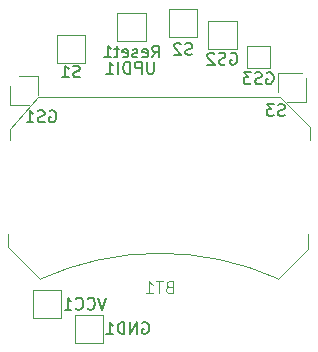
<source format=gbr>
%TF.GenerationSoftware,KiCad,Pcbnew,9.0.2*%
%TF.CreationDate,2025-05-30T03:52:38+02:00*%
%TF.ProjectId,Clock10,436c6f63-6b31-4302-9e6b-696361645f70,rev?*%
%TF.SameCoordinates,Original*%
%TF.FileFunction,Legend,Bot*%
%TF.FilePolarity,Positive*%
%FSLAX46Y46*%
G04 Gerber Fmt 4.6, Leading zero omitted, Abs format (unit mm)*
G04 Created by KiCad (PCBNEW 9.0.2) date 2025-05-30 03:52:38*
%MOMM*%
%LPD*%
G01*
G04 APERTURE LIST*
%ADD10C,0.150000*%
%ADD11C,0.100000*%
%ADD12C,0.120000*%
G04 APERTURE END LIST*
D10*
X99519999Y-89389819D02*
X99519999Y-90199342D01*
X99519999Y-90199342D02*
X99472380Y-90294580D01*
X99472380Y-90294580D02*
X99424761Y-90342200D01*
X99424761Y-90342200D02*
X99329523Y-90389819D01*
X99329523Y-90389819D02*
X99139047Y-90389819D01*
X99139047Y-90389819D02*
X99043809Y-90342200D01*
X99043809Y-90342200D02*
X98996190Y-90294580D01*
X98996190Y-90294580D02*
X98948571Y-90199342D01*
X98948571Y-90199342D02*
X98948571Y-89389819D01*
X98472380Y-90389819D02*
X98472380Y-89389819D01*
X98472380Y-89389819D02*
X98091428Y-89389819D01*
X98091428Y-89389819D02*
X97996190Y-89437438D01*
X97996190Y-89437438D02*
X97948571Y-89485057D01*
X97948571Y-89485057D02*
X97900952Y-89580295D01*
X97900952Y-89580295D02*
X97900952Y-89723152D01*
X97900952Y-89723152D02*
X97948571Y-89818390D01*
X97948571Y-89818390D02*
X97996190Y-89866009D01*
X97996190Y-89866009D02*
X98091428Y-89913628D01*
X98091428Y-89913628D02*
X98472380Y-89913628D01*
X97472380Y-90389819D02*
X97472380Y-89389819D01*
X97472380Y-89389819D02*
X97234285Y-89389819D01*
X97234285Y-89389819D02*
X97091428Y-89437438D01*
X97091428Y-89437438D02*
X96996190Y-89532676D01*
X96996190Y-89532676D02*
X96948571Y-89627914D01*
X96948571Y-89627914D02*
X96900952Y-89818390D01*
X96900952Y-89818390D02*
X96900952Y-89961247D01*
X96900952Y-89961247D02*
X96948571Y-90151723D01*
X96948571Y-90151723D02*
X96996190Y-90246961D01*
X96996190Y-90246961D02*
X97091428Y-90342200D01*
X97091428Y-90342200D02*
X97234285Y-90389819D01*
X97234285Y-90389819D02*
X97472380Y-90389819D01*
X96472380Y-90389819D02*
X96472380Y-89389819D01*
X95472381Y-90389819D02*
X96043809Y-90389819D01*
X95758095Y-90389819D02*
X95758095Y-89389819D01*
X95758095Y-89389819D02*
X95853333Y-89532676D01*
X95853333Y-89532676D02*
X95948571Y-89627914D01*
X95948571Y-89627914D02*
X96043809Y-89675533D01*
X110581904Y-93917200D02*
X110439047Y-93964819D01*
X110439047Y-93964819D02*
X110200952Y-93964819D01*
X110200952Y-93964819D02*
X110105714Y-93917200D01*
X110105714Y-93917200D02*
X110058095Y-93869580D01*
X110058095Y-93869580D02*
X110010476Y-93774342D01*
X110010476Y-93774342D02*
X110010476Y-93679104D01*
X110010476Y-93679104D02*
X110058095Y-93583866D01*
X110058095Y-93583866D02*
X110105714Y-93536247D01*
X110105714Y-93536247D02*
X110200952Y-93488628D01*
X110200952Y-93488628D02*
X110391428Y-93441009D01*
X110391428Y-93441009D02*
X110486666Y-93393390D01*
X110486666Y-93393390D02*
X110534285Y-93345771D01*
X110534285Y-93345771D02*
X110581904Y-93250533D01*
X110581904Y-93250533D02*
X110581904Y-93155295D01*
X110581904Y-93155295D02*
X110534285Y-93060057D01*
X110534285Y-93060057D02*
X110486666Y-93012438D01*
X110486666Y-93012438D02*
X110391428Y-92964819D01*
X110391428Y-92964819D02*
X110153333Y-92964819D01*
X110153333Y-92964819D02*
X110010476Y-93012438D01*
X109677142Y-92964819D02*
X109058095Y-92964819D01*
X109058095Y-92964819D02*
X109391428Y-93345771D01*
X109391428Y-93345771D02*
X109248571Y-93345771D01*
X109248571Y-93345771D02*
X109153333Y-93393390D01*
X109153333Y-93393390D02*
X109105714Y-93441009D01*
X109105714Y-93441009D02*
X109058095Y-93536247D01*
X109058095Y-93536247D02*
X109058095Y-93774342D01*
X109058095Y-93774342D02*
X109105714Y-93869580D01*
X109105714Y-93869580D02*
X109153333Y-93917200D01*
X109153333Y-93917200D02*
X109248571Y-93964819D01*
X109248571Y-93964819D02*
X109534285Y-93964819D01*
X109534285Y-93964819D02*
X109629523Y-93917200D01*
X109629523Y-93917200D02*
X109677142Y-93869580D01*
X90680476Y-93542438D02*
X90775714Y-93494819D01*
X90775714Y-93494819D02*
X90918571Y-93494819D01*
X90918571Y-93494819D02*
X91061428Y-93542438D01*
X91061428Y-93542438D02*
X91156666Y-93637676D01*
X91156666Y-93637676D02*
X91204285Y-93732914D01*
X91204285Y-93732914D02*
X91251904Y-93923390D01*
X91251904Y-93923390D02*
X91251904Y-94066247D01*
X91251904Y-94066247D02*
X91204285Y-94256723D01*
X91204285Y-94256723D02*
X91156666Y-94351961D01*
X91156666Y-94351961D02*
X91061428Y-94447200D01*
X91061428Y-94447200D02*
X90918571Y-94494819D01*
X90918571Y-94494819D02*
X90823333Y-94494819D01*
X90823333Y-94494819D02*
X90680476Y-94447200D01*
X90680476Y-94447200D02*
X90632857Y-94399580D01*
X90632857Y-94399580D02*
X90632857Y-94066247D01*
X90632857Y-94066247D02*
X90823333Y-94066247D01*
X90251904Y-94447200D02*
X90109047Y-94494819D01*
X90109047Y-94494819D02*
X89870952Y-94494819D01*
X89870952Y-94494819D02*
X89775714Y-94447200D01*
X89775714Y-94447200D02*
X89728095Y-94399580D01*
X89728095Y-94399580D02*
X89680476Y-94304342D01*
X89680476Y-94304342D02*
X89680476Y-94209104D01*
X89680476Y-94209104D02*
X89728095Y-94113866D01*
X89728095Y-94113866D02*
X89775714Y-94066247D01*
X89775714Y-94066247D02*
X89870952Y-94018628D01*
X89870952Y-94018628D02*
X90061428Y-93971009D01*
X90061428Y-93971009D02*
X90156666Y-93923390D01*
X90156666Y-93923390D02*
X90204285Y-93875771D01*
X90204285Y-93875771D02*
X90251904Y-93780533D01*
X90251904Y-93780533D02*
X90251904Y-93685295D01*
X90251904Y-93685295D02*
X90204285Y-93590057D01*
X90204285Y-93590057D02*
X90156666Y-93542438D01*
X90156666Y-93542438D02*
X90061428Y-93494819D01*
X90061428Y-93494819D02*
X89823333Y-93494819D01*
X89823333Y-93494819D02*
X89680476Y-93542438D01*
X88728095Y-94494819D02*
X89299523Y-94494819D01*
X89013809Y-94494819D02*
X89013809Y-93494819D01*
X89013809Y-93494819D02*
X89109047Y-93637676D01*
X89109047Y-93637676D02*
X89204285Y-93732914D01*
X89204285Y-93732914D02*
X89299523Y-93780533D01*
D11*
X100785714Y-108433609D02*
X100642857Y-108481228D01*
X100642857Y-108481228D02*
X100595238Y-108528847D01*
X100595238Y-108528847D02*
X100547619Y-108624085D01*
X100547619Y-108624085D02*
X100547619Y-108766942D01*
X100547619Y-108766942D02*
X100595238Y-108862180D01*
X100595238Y-108862180D02*
X100642857Y-108909800D01*
X100642857Y-108909800D02*
X100738095Y-108957419D01*
X100738095Y-108957419D02*
X101119047Y-108957419D01*
X101119047Y-108957419D02*
X101119047Y-107957419D01*
X101119047Y-107957419D02*
X100785714Y-107957419D01*
X100785714Y-107957419D02*
X100690476Y-108005038D01*
X100690476Y-108005038D02*
X100642857Y-108052657D01*
X100642857Y-108052657D02*
X100595238Y-108147895D01*
X100595238Y-108147895D02*
X100595238Y-108243133D01*
X100595238Y-108243133D02*
X100642857Y-108338371D01*
X100642857Y-108338371D02*
X100690476Y-108385990D01*
X100690476Y-108385990D02*
X100785714Y-108433609D01*
X100785714Y-108433609D02*
X101119047Y-108433609D01*
X100261904Y-107957419D02*
X99690476Y-107957419D01*
X99976190Y-108957419D02*
X99976190Y-107957419D01*
X98833333Y-108957419D02*
X99404761Y-108957419D01*
X99119047Y-108957419D02*
X99119047Y-107957419D01*
X99119047Y-107957419D02*
X99214285Y-108100276D01*
X99214285Y-108100276D02*
X99309523Y-108195514D01*
X99309523Y-108195514D02*
X99404761Y-108243133D01*
D10*
X109070476Y-90312438D02*
X109165714Y-90264819D01*
X109165714Y-90264819D02*
X109308571Y-90264819D01*
X109308571Y-90264819D02*
X109451428Y-90312438D01*
X109451428Y-90312438D02*
X109546666Y-90407676D01*
X109546666Y-90407676D02*
X109594285Y-90502914D01*
X109594285Y-90502914D02*
X109641904Y-90693390D01*
X109641904Y-90693390D02*
X109641904Y-90836247D01*
X109641904Y-90836247D02*
X109594285Y-91026723D01*
X109594285Y-91026723D02*
X109546666Y-91121961D01*
X109546666Y-91121961D02*
X109451428Y-91217200D01*
X109451428Y-91217200D02*
X109308571Y-91264819D01*
X109308571Y-91264819D02*
X109213333Y-91264819D01*
X109213333Y-91264819D02*
X109070476Y-91217200D01*
X109070476Y-91217200D02*
X109022857Y-91169580D01*
X109022857Y-91169580D02*
X109022857Y-90836247D01*
X109022857Y-90836247D02*
X109213333Y-90836247D01*
X108641904Y-91217200D02*
X108499047Y-91264819D01*
X108499047Y-91264819D02*
X108260952Y-91264819D01*
X108260952Y-91264819D02*
X108165714Y-91217200D01*
X108165714Y-91217200D02*
X108118095Y-91169580D01*
X108118095Y-91169580D02*
X108070476Y-91074342D01*
X108070476Y-91074342D02*
X108070476Y-90979104D01*
X108070476Y-90979104D02*
X108118095Y-90883866D01*
X108118095Y-90883866D02*
X108165714Y-90836247D01*
X108165714Y-90836247D02*
X108260952Y-90788628D01*
X108260952Y-90788628D02*
X108451428Y-90741009D01*
X108451428Y-90741009D02*
X108546666Y-90693390D01*
X108546666Y-90693390D02*
X108594285Y-90645771D01*
X108594285Y-90645771D02*
X108641904Y-90550533D01*
X108641904Y-90550533D02*
X108641904Y-90455295D01*
X108641904Y-90455295D02*
X108594285Y-90360057D01*
X108594285Y-90360057D02*
X108546666Y-90312438D01*
X108546666Y-90312438D02*
X108451428Y-90264819D01*
X108451428Y-90264819D02*
X108213333Y-90264819D01*
X108213333Y-90264819D02*
X108070476Y-90312438D01*
X107737142Y-90264819D02*
X107118095Y-90264819D01*
X107118095Y-90264819D02*
X107451428Y-90645771D01*
X107451428Y-90645771D02*
X107308571Y-90645771D01*
X107308571Y-90645771D02*
X107213333Y-90693390D01*
X107213333Y-90693390D02*
X107165714Y-90741009D01*
X107165714Y-90741009D02*
X107118095Y-90836247D01*
X107118095Y-90836247D02*
X107118095Y-91074342D01*
X107118095Y-91074342D02*
X107165714Y-91169580D01*
X107165714Y-91169580D02*
X107213333Y-91217200D01*
X107213333Y-91217200D02*
X107308571Y-91264819D01*
X107308571Y-91264819D02*
X107594285Y-91264819D01*
X107594285Y-91264819D02*
X107689523Y-91217200D01*
X107689523Y-91217200D02*
X107737142Y-91169580D01*
X98538095Y-111472438D02*
X98633333Y-111424819D01*
X98633333Y-111424819D02*
X98776190Y-111424819D01*
X98776190Y-111424819D02*
X98919047Y-111472438D01*
X98919047Y-111472438D02*
X99014285Y-111567676D01*
X99014285Y-111567676D02*
X99061904Y-111662914D01*
X99061904Y-111662914D02*
X99109523Y-111853390D01*
X99109523Y-111853390D02*
X99109523Y-111996247D01*
X99109523Y-111996247D02*
X99061904Y-112186723D01*
X99061904Y-112186723D02*
X99014285Y-112281961D01*
X99014285Y-112281961D02*
X98919047Y-112377200D01*
X98919047Y-112377200D02*
X98776190Y-112424819D01*
X98776190Y-112424819D02*
X98680952Y-112424819D01*
X98680952Y-112424819D02*
X98538095Y-112377200D01*
X98538095Y-112377200D02*
X98490476Y-112329580D01*
X98490476Y-112329580D02*
X98490476Y-111996247D01*
X98490476Y-111996247D02*
X98680952Y-111996247D01*
X98061904Y-112424819D02*
X98061904Y-111424819D01*
X98061904Y-111424819D02*
X97490476Y-112424819D01*
X97490476Y-112424819D02*
X97490476Y-111424819D01*
X97014285Y-112424819D02*
X97014285Y-111424819D01*
X97014285Y-111424819D02*
X96776190Y-111424819D01*
X96776190Y-111424819D02*
X96633333Y-111472438D01*
X96633333Y-111472438D02*
X96538095Y-111567676D01*
X96538095Y-111567676D02*
X96490476Y-111662914D01*
X96490476Y-111662914D02*
X96442857Y-111853390D01*
X96442857Y-111853390D02*
X96442857Y-111996247D01*
X96442857Y-111996247D02*
X96490476Y-112186723D01*
X96490476Y-112186723D02*
X96538095Y-112281961D01*
X96538095Y-112281961D02*
X96633333Y-112377200D01*
X96633333Y-112377200D02*
X96776190Y-112424819D01*
X96776190Y-112424819D02*
X97014285Y-112424819D01*
X95490476Y-112424819D02*
X96061904Y-112424819D01*
X95776190Y-112424819D02*
X95776190Y-111424819D01*
X95776190Y-111424819D02*
X95871428Y-111567676D01*
X95871428Y-111567676D02*
X95966666Y-111662914D01*
X95966666Y-111662914D02*
X96061904Y-111710533D01*
X99354286Y-89004819D02*
X99687619Y-88528628D01*
X99925714Y-89004819D02*
X99925714Y-88004819D01*
X99925714Y-88004819D02*
X99544762Y-88004819D01*
X99544762Y-88004819D02*
X99449524Y-88052438D01*
X99449524Y-88052438D02*
X99401905Y-88100057D01*
X99401905Y-88100057D02*
X99354286Y-88195295D01*
X99354286Y-88195295D02*
X99354286Y-88338152D01*
X99354286Y-88338152D02*
X99401905Y-88433390D01*
X99401905Y-88433390D02*
X99449524Y-88481009D01*
X99449524Y-88481009D02*
X99544762Y-88528628D01*
X99544762Y-88528628D02*
X99925714Y-88528628D01*
X98544762Y-88957200D02*
X98640000Y-89004819D01*
X98640000Y-89004819D02*
X98830476Y-89004819D01*
X98830476Y-89004819D02*
X98925714Y-88957200D01*
X98925714Y-88957200D02*
X98973333Y-88861961D01*
X98973333Y-88861961D02*
X98973333Y-88481009D01*
X98973333Y-88481009D02*
X98925714Y-88385771D01*
X98925714Y-88385771D02*
X98830476Y-88338152D01*
X98830476Y-88338152D02*
X98640000Y-88338152D01*
X98640000Y-88338152D02*
X98544762Y-88385771D01*
X98544762Y-88385771D02*
X98497143Y-88481009D01*
X98497143Y-88481009D02*
X98497143Y-88576247D01*
X98497143Y-88576247D02*
X98973333Y-88671485D01*
X98116190Y-88957200D02*
X98020952Y-89004819D01*
X98020952Y-89004819D02*
X97830476Y-89004819D01*
X97830476Y-89004819D02*
X97735238Y-88957200D01*
X97735238Y-88957200D02*
X97687619Y-88861961D01*
X97687619Y-88861961D02*
X97687619Y-88814342D01*
X97687619Y-88814342D02*
X97735238Y-88719104D01*
X97735238Y-88719104D02*
X97830476Y-88671485D01*
X97830476Y-88671485D02*
X97973333Y-88671485D01*
X97973333Y-88671485D02*
X98068571Y-88623866D01*
X98068571Y-88623866D02*
X98116190Y-88528628D01*
X98116190Y-88528628D02*
X98116190Y-88481009D01*
X98116190Y-88481009D02*
X98068571Y-88385771D01*
X98068571Y-88385771D02*
X97973333Y-88338152D01*
X97973333Y-88338152D02*
X97830476Y-88338152D01*
X97830476Y-88338152D02*
X97735238Y-88385771D01*
X96878095Y-88957200D02*
X96973333Y-89004819D01*
X96973333Y-89004819D02*
X97163809Y-89004819D01*
X97163809Y-89004819D02*
X97259047Y-88957200D01*
X97259047Y-88957200D02*
X97306666Y-88861961D01*
X97306666Y-88861961D02*
X97306666Y-88481009D01*
X97306666Y-88481009D02*
X97259047Y-88385771D01*
X97259047Y-88385771D02*
X97163809Y-88338152D01*
X97163809Y-88338152D02*
X96973333Y-88338152D01*
X96973333Y-88338152D02*
X96878095Y-88385771D01*
X96878095Y-88385771D02*
X96830476Y-88481009D01*
X96830476Y-88481009D02*
X96830476Y-88576247D01*
X96830476Y-88576247D02*
X97306666Y-88671485D01*
X96544761Y-88338152D02*
X96163809Y-88338152D01*
X96401904Y-88004819D02*
X96401904Y-88861961D01*
X96401904Y-88861961D02*
X96354285Y-88957200D01*
X96354285Y-88957200D02*
X96259047Y-89004819D01*
X96259047Y-89004819D02*
X96163809Y-89004819D01*
X95306666Y-89004819D02*
X95878094Y-89004819D01*
X95592380Y-89004819D02*
X95592380Y-88004819D01*
X95592380Y-88004819D02*
X95687618Y-88147676D01*
X95687618Y-88147676D02*
X95782856Y-88242914D01*
X95782856Y-88242914D02*
X95878094Y-88290533D01*
X106000476Y-88662438D02*
X106095714Y-88614819D01*
X106095714Y-88614819D02*
X106238571Y-88614819D01*
X106238571Y-88614819D02*
X106381428Y-88662438D01*
X106381428Y-88662438D02*
X106476666Y-88757676D01*
X106476666Y-88757676D02*
X106524285Y-88852914D01*
X106524285Y-88852914D02*
X106571904Y-89043390D01*
X106571904Y-89043390D02*
X106571904Y-89186247D01*
X106571904Y-89186247D02*
X106524285Y-89376723D01*
X106524285Y-89376723D02*
X106476666Y-89471961D01*
X106476666Y-89471961D02*
X106381428Y-89567200D01*
X106381428Y-89567200D02*
X106238571Y-89614819D01*
X106238571Y-89614819D02*
X106143333Y-89614819D01*
X106143333Y-89614819D02*
X106000476Y-89567200D01*
X106000476Y-89567200D02*
X105952857Y-89519580D01*
X105952857Y-89519580D02*
X105952857Y-89186247D01*
X105952857Y-89186247D02*
X106143333Y-89186247D01*
X105571904Y-89567200D02*
X105429047Y-89614819D01*
X105429047Y-89614819D02*
X105190952Y-89614819D01*
X105190952Y-89614819D02*
X105095714Y-89567200D01*
X105095714Y-89567200D02*
X105048095Y-89519580D01*
X105048095Y-89519580D02*
X105000476Y-89424342D01*
X105000476Y-89424342D02*
X105000476Y-89329104D01*
X105000476Y-89329104D02*
X105048095Y-89233866D01*
X105048095Y-89233866D02*
X105095714Y-89186247D01*
X105095714Y-89186247D02*
X105190952Y-89138628D01*
X105190952Y-89138628D02*
X105381428Y-89091009D01*
X105381428Y-89091009D02*
X105476666Y-89043390D01*
X105476666Y-89043390D02*
X105524285Y-88995771D01*
X105524285Y-88995771D02*
X105571904Y-88900533D01*
X105571904Y-88900533D02*
X105571904Y-88805295D01*
X105571904Y-88805295D02*
X105524285Y-88710057D01*
X105524285Y-88710057D02*
X105476666Y-88662438D01*
X105476666Y-88662438D02*
X105381428Y-88614819D01*
X105381428Y-88614819D02*
X105143333Y-88614819D01*
X105143333Y-88614819D02*
X105000476Y-88662438D01*
X104619523Y-88710057D02*
X104571904Y-88662438D01*
X104571904Y-88662438D02*
X104476666Y-88614819D01*
X104476666Y-88614819D02*
X104238571Y-88614819D01*
X104238571Y-88614819D02*
X104143333Y-88662438D01*
X104143333Y-88662438D02*
X104095714Y-88710057D01*
X104095714Y-88710057D02*
X104048095Y-88805295D01*
X104048095Y-88805295D02*
X104048095Y-88900533D01*
X104048095Y-88900533D02*
X104095714Y-89043390D01*
X104095714Y-89043390D02*
X104667142Y-89614819D01*
X104667142Y-89614819D02*
X104048095Y-89614819D01*
X102751904Y-88747200D02*
X102609047Y-88794819D01*
X102609047Y-88794819D02*
X102370952Y-88794819D01*
X102370952Y-88794819D02*
X102275714Y-88747200D01*
X102275714Y-88747200D02*
X102228095Y-88699580D01*
X102228095Y-88699580D02*
X102180476Y-88604342D01*
X102180476Y-88604342D02*
X102180476Y-88509104D01*
X102180476Y-88509104D02*
X102228095Y-88413866D01*
X102228095Y-88413866D02*
X102275714Y-88366247D01*
X102275714Y-88366247D02*
X102370952Y-88318628D01*
X102370952Y-88318628D02*
X102561428Y-88271009D01*
X102561428Y-88271009D02*
X102656666Y-88223390D01*
X102656666Y-88223390D02*
X102704285Y-88175771D01*
X102704285Y-88175771D02*
X102751904Y-88080533D01*
X102751904Y-88080533D02*
X102751904Y-87985295D01*
X102751904Y-87985295D02*
X102704285Y-87890057D01*
X102704285Y-87890057D02*
X102656666Y-87842438D01*
X102656666Y-87842438D02*
X102561428Y-87794819D01*
X102561428Y-87794819D02*
X102323333Y-87794819D01*
X102323333Y-87794819D02*
X102180476Y-87842438D01*
X101799523Y-87890057D02*
X101751904Y-87842438D01*
X101751904Y-87842438D02*
X101656666Y-87794819D01*
X101656666Y-87794819D02*
X101418571Y-87794819D01*
X101418571Y-87794819D02*
X101323333Y-87842438D01*
X101323333Y-87842438D02*
X101275714Y-87890057D01*
X101275714Y-87890057D02*
X101228095Y-87985295D01*
X101228095Y-87985295D02*
X101228095Y-88080533D01*
X101228095Y-88080533D02*
X101275714Y-88223390D01*
X101275714Y-88223390D02*
X101847142Y-88794819D01*
X101847142Y-88794819D02*
X101228095Y-88794819D01*
X93251904Y-90647200D02*
X93109047Y-90694819D01*
X93109047Y-90694819D02*
X92870952Y-90694819D01*
X92870952Y-90694819D02*
X92775714Y-90647200D01*
X92775714Y-90647200D02*
X92728095Y-90599580D01*
X92728095Y-90599580D02*
X92680476Y-90504342D01*
X92680476Y-90504342D02*
X92680476Y-90409104D01*
X92680476Y-90409104D02*
X92728095Y-90313866D01*
X92728095Y-90313866D02*
X92775714Y-90266247D01*
X92775714Y-90266247D02*
X92870952Y-90218628D01*
X92870952Y-90218628D02*
X93061428Y-90171009D01*
X93061428Y-90171009D02*
X93156666Y-90123390D01*
X93156666Y-90123390D02*
X93204285Y-90075771D01*
X93204285Y-90075771D02*
X93251904Y-89980533D01*
X93251904Y-89980533D02*
X93251904Y-89885295D01*
X93251904Y-89885295D02*
X93204285Y-89790057D01*
X93204285Y-89790057D02*
X93156666Y-89742438D01*
X93156666Y-89742438D02*
X93061428Y-89694819D01*
X93061428Y-89694819D02*
X92823333Y-89694819D01*
X92823333Y-89694819D02*
X92680476Y-89742438D01*
X91728095Y-90694819D02*
X92299523Y-90694819D01*
X92013809Y-90694819D02*
X92013809Y-89694819D01*
X92013809Y-89694819D02*
X92109047Y-89837676D01*
X92109047Y-89837676D02*
X92204285Y-89932914D01*
X92204285Y-89932914D02*
X92299523Y-89980533D01*
X95479523Y-109354819D02*
X95146190Y-110354819D01*
X95146190Y-110354819D02*
X94812857Y-109354819D01*
X93908095Y-110259580D02*
X93955714Y-110307200D01*
X93955714Y-110307200D02*
X94098571Y-110354819D01*
X94098571Y-110354819D02*
X94193809Y-110354819D01*
X94193809Y-110354819D02*
X94336666Y-110307200D01*
X94336666Y-110307200D02*
X94431904Y-110211961D01*
X94431904Y-110211961D02*
X94479523Y-110116723D01*
X94479523Y-110116723D02*
X94527142Y-109926247D01*
X94527142Y-109926247D02*
X94527142Y-109783390D01*
X94527142Y-109783390D02*
X94479523Y-109592914D01*
X94479523Y-109592914D02*
X94431904Y-109497676D01*
X94431904Y-109497676D02*
X94336666Y-109402438D01*
X94336666Y-109402438D02*
X94193809Y-109354819D01*
X94193809Y-109354819D02*
X94098571Y-109354819D01*
X94098571Y-109354819D02*
X93955714Y-109402438D01*
X93955714Y-109402438D02*
X93908095Y-109450057D01*
X92908095Y-110259580D02*
X92955714Y-110307200D01*
X92955714Y-110307200D02*
X93098571Y-110354819D01*
X93098571Y-110354819D02*
X93193809Y-110354819D01*
X93193809Y-110354819D02*
X93336666Y-110307200D01*
X93336666Y-110307200D02*
X93431904Y-110211961D01*
X93431904Y-110211961D02*
X93479523Y-110116723D01*
X93479523Y-110116723D02*
X93527142Y-109926247D01*
X93527142Y-109926247D02*
X93527142Y-109783390D01*
X93527142Y-109783390D02*
X93479523Y-109592914D01*
X93479523Y-109592914D02*
X93431904Y-109497676D01*
X93431904Y-109497676D02*
X93336666Y-109402438D01*
X93336666Y-109402438D02*
X93193809Y-109354819D01*
X93193809Y-109354819D02*
X93098571Y-109354819D01*
X93098571Y-109354819D02*
X92955714Y-109402438D01*
X92955714Y-109402438D02*
X92908095Y-109450057D01*
X91955714Y-110354819D02*
X92527142Y-110354819D01*
X92241428Y-110354819D02*
X92241428Y-109354819D01*
X92241428Y-109354819D02*
X92336666Y-109497676D01*
X92336666Y-109497676D02*
X92431904Y-109592914D01*
X92431904Y-109592914D02*
X92527142Y-109640533D01*
D11*
%TO.C,S3*%
X112420000Y-92750000D02*
X110820000Y-92750000D01*
X110020000Y-90350000D02*
X110020000Y-91950000D01*
D12*
X112020000Y-90350000D02*
X110020000Y-90350000D01*
X112420000Y-92750000D02*
X112420000Y-90750000D01*
D11*
%TO.C,GS1*%
X87310000Y-93010000D02*
X87310000Y-91410000D01*
D12*
X87310000Y-93010000D02*
X88910000Y-93010000D01*
X89710000Y-90610000D02*
X88110000Y-90610000D01*
X89710000Y-92210000D02*
X89710000Y-90610000D01*
D11*
%TO.C,BT1*%
X89861794Y-107794734D02*
G75*
G02*
X110033000Y-107747000I10138207J-22205261D01*
G01*
X112700000Y-94920000D02*
X112700000Y-96000000D01*
X112700000Y-94920000D02*
X110160000Y-92380000D01*
X112573000Y-105207000D02*
X112573000Y-104000000D01*
X110160000Y-92380000D02*
X89713000Y-92380000D01*
X110033000Y-107747000D02*
X112573000Y-105207000D01*
X89713000Y-92380000D02*
X87300000Y-95047000D01*
X87300000Y-95047000D02*
X87300000Y-96000000D01*
X87173000Y-105080000D02*
X89840000Y-107747000D01*
X87173000Y-105080000D02*
X87173000Y-104000000D01*
D12*
%TO.C,GS3*%
X107420000Y-88020000D02*
X107420000Y-89920000D01*
X107420000Y-89920000D02*
X109320000Y-89920000D01*
X109320000Y-88020000D02*
X107420000Y-88020000D01*
X109320000Y-89920000D02*
X109320000Y-88020000D01*
%TO.C,GND1*%
X92820000Y-110780000D02*
X92820000Y-113180000D01*
X92820000Y-113180000D02*
X95220000Y-113180000D01*
X95220000Y-110780000D02*
X92820000Y-110780000D01*
X95220000Y-113180000D02*
X95220000Y-110780000D01*
%TO.C,Reset1*%
X96430000Y-85220000D02*
X96430000Y-87620000D01*
X96430000Y-87620000D02*
X98830000Y-87620000D01*
X98830000Y-85220000D02*
X96430000Y-85220000D01*
X98830000Y-87620000D02*
X98830000Y-85220000D01*
%TO.C,GS2*%
X104110000Y-85910000D02*
X104110000Y-88310000D01*
X104110000Y-88310000D02*
X106510000Y-88310000D01*
X106510000Y-85910000D02*
X104110000Y-85910000D01*
X106510000Y-88310000D02*
X106510000Y-85910000D01*
%TO.C,S2*%
X100790000Y-84920000D02*
X100790000Y-87320000D01*
X100790000Y-87320000D02*
X103190000Y-87320000D01*
X103190000Y-84920000D02*
X100790000Y-84920000D01*
X103190000Y-87320000D02*
X103190000Y-84920000D01*
%TO.C,S1*%
X91290000Y-87100000D02*
X91290000Y-89500000D01*
X91290000Y-89500000D02*
X93690000Y-89500000D01*
X93690000Y-87100000D02*
X91290000Y-87100000D01*
X93690000Y-89500000D02*
X93690000Y-87100000D01*
%TO.C,VCC1*%
X89280000Y-108680000D02*
X89280000Y-111080000D01*
X89280000Y-111080000D02*
X91680000Y-111080000D01*
X91680000Y-108680000D02*
X89280000Y-108680000D01*
X91680000Y-111080000D02*
X91680000Y-108680000D01*
%TD*%
M02*

</source>
